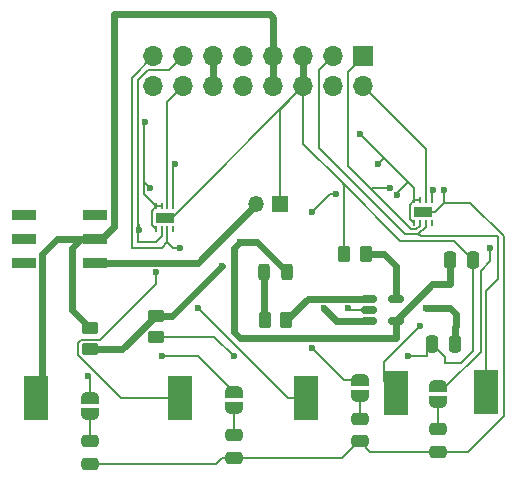
<source format=gbr>
%TF.GenerationSoftware,KiCad,Pcbnew,8.0.1*%
%TF.CreationDate,2024-03-24T23:27:44+02:00*%
%TF.ProjectId,Power Project PCB  v0,506f7765-7220-4507-926f-6a6563742050,rev?*%
%TF.SameCoordinates,Original*%
%TF.FileFunction,Copper,L1,Top*%
%TF.FilePolarity,Positive*%
%FSLAX46Y46*%
G04 Gerber Fmt 4.6, Leading zero omitted, Abs format (unit mm)*
G04 Created by KiCad (PCBNEW 8.0.1) date 2024-03-24 23:27:44*
%MOMM*%
%LPD*%
G01*
G04 APERTURE LIST*
G04 Aperture macros list*
%AMRoundRect*
0 Rectangle with rounded corners*
0 $1 Rounding radius*
0 $2 $3 $4 $5 $6 $7 $8 $9 X,Y pos of 4 corners*
0 Add a 4 corners polygon primitive as box body*
4,1,4,$2,$3,$4,$5,$6,$7,$8,$9,$2,$3,0*
0 Add four circle primitives for the rounded corners*
1,1,$1+$1,$2,$3*
1,1,$1+$1,$4,$5*
1,1,$1+$1,$6,$7*
1,1,$1+$1,$8,$9*
0 Add four rect primitives between the rounded corners*
20,1,$1+$1,$2,$3,$4,$5,0*
20,1,$1+$1,$4,$5,$6,$7,0*
20,1,$1+$1,$6,$7,$8,$9,0*
20,1,$1+$1,$8,$9,$2,$3,0*%
%AMFreePoly0*
4,1,19,0.500000,-0.750000,0.000000,-0.750000,0.000000,-0.744911,-0.071157,-0.744911,-0.207708,-0.704816,-0.327430,-0.627875,-0.420627,-0.520320,-0.479746,-0.390866,-0.500000,-0.250000,-0.500000,0.250000,-0.479746,0.390866,-0.420627,0.520320,-0.327430,0.627875,-0.207708,0.704816,-0.071157,0.744911,0.000000,0.744911,0.000000,0.750000,0.500000,0.750000,0.500000,-0.750000,0.500000,-0.750000,
$1*%
%AMFreePoly1*
4,1,19,0.000000,0.744911,0.071157,0.744911,0.207708,0.704816,0.327430,0.627875,0.420627,0.520320,0.479746,0.390866,0.500000,0.250000,0.500000,-0.250000,0.479746,-0.390866,0.420627,-0.520320,0.327430,-0.627875,0.207708,-0.704816,0.071157,-0.744911,0.000000,-0.744911,0.000000,-0.750000,-0.500000,-0.750000,-0.500000,0.750000,0.000000,0.750000,0.000000,0.744911,0.000000,0.744911,
$1*%
G04 Aperture macros list end*
%TA.AperFunction,SMDPad,CuDef*%
%ADD10RoundRect,0.250000X-0.250000X-0.475000X0.250000X-0.475000X0.250000X0.475000X-0.250000X0.475000X0*%
%TD*%
%TA.AperFunction,SMDPad,CuDef*%
%ADD11RoundRect,0.250000X0.250000X0.475000X-0.250000X0.475000X-0.250000X-0.475000X0.250000X-0.475000X0*%
%TD*%
%TA.AperFunction,SMDPad,CuDef*%
%ADD12FreePoly0,270.000000*%
%TD*%
%TA.AperFunction,SMDPad,CuDef*%
%ADD13FreePoly1,270.000000*%
%TD*%
%TA.AperFunction,SMDPad,CuDef*%
%ADD14FreePoly0,90.000000*%
%TD*%
%TA.AperFunction,SMDPad,CuDef*%
%ADD15FreePoly1,90.000000*%
%TD*%
%TA.AperFunction,SMDPad,CuDef*%
%ADD16RoundRect,0.250000X0.475000X-0.250000X0.475000X0.250000X-0.475000X0.250000X-0.475000X-0.250000X0*%
%TD*%
%TA.AperFunction,ComponentPad*%
%ADD17O,1.350000X1.350000*%
%TD*%
%TA.AperFunction,ComponentPad*%
%ADD18R,1.350000X1.350000*%
%TD*%
%TA.AperFunction,SMDPad,CuDef*%
%ADD19RoundRect,0.150000X-0.512500X-0.150000X0.512500X-0.150000X0.512500X0.150000X-0.512500X0.150000X0*%
%TD*%
%TA.AperFunction,SMDPad,CuDef*%
%ADD20R,2.000000X0.900000*%
%TD*%
%TA.AperFunction,ComponentPad*%
%ADD21R,1.700000X1.700000*%
%TD*%
%TA.AperFunction,ComponentPad*%
%ADD22O,1.700000X1.700000*%
%TD*%
%TA.AperFunction,SMDPad,CuDef*%
%ADD23R,2.000000X3.800000*%
%TD*%
%TA.AperFunction,SMDPad,CuDef*%
%ADD24RoundRect,0.243750X-0.243750X-0.456250X0.243750X-0.456250X0.243750X0.456250X-0.243750X0.456250X0*%
%TD*%
%TA.AperFunction,SMDPad,CuDef*%
%ADD25RoundRect,0.250000X-0.262500X-0.450000X0.262500X-0.450000X0.262500X0.450000X-0.262500X0.450000X0*%
%TD*%
%TA.AperFunction,SMDPad,CuDef*%
%ADD26RoundRect,0.250000X-0.450000X0.262500X-0.450000X-0.262500X0.450000X-0.262500X0.450000X0.262500X0*%
%TD*%
%TA.AperFunction,SMDPad,CuDef*%
%ADD27RoundRect,0.062500X0.062500X-0.187500X0.062500X0.187500X-0.062500X0.187500X-0.062500X-0.187500X0*%
%TD*%
%TA.AperFunction,SMDPad,CuDef*%
%ADD28R,1.600000X0.900000*%
%TD*%
%TA.AperFunction,ViaPad*%
%ADD29C,0.600000*%
%TD*%
%TA.AperFunction,Conductor*%
%ADD30C,0.200000*%
%TD*%
%TA.AperFunction,Conductor*%
%ADD31C,0.600000*%
%TD*%
G04 APERTURE END LIST*
D10*
%TO.P,C2,1*%
%TO.N,+5V*%
X151450000Y-48768000D03*
%TO.P,C2,2*%
%TO.N,GND*%
X153350000Y-48768000D03*
%TD*%
D11*
%TO.P,C1,1*%
%TO.N,Charge*%
X151826000Y-55880000D03*
%TO.P,C1,2*%
%TO.N,GND*%
X149926000Y-55880000D03*
%TD*%
D12*
%TO.P,JP6,1,A*%
%TO.N,BATT*%
X150368000Y-59436000D03*
D13*
%TO.P,JP6,2,B*%
%TO.N,Net-(JP6-B)*%
X150368000Y-60736000D03*
%TD*%
D14*
%TO.P,JP5,1,A*%
%TO.N,Net-(JP5-A)*%
X143764000Y-60228000D03*
D15*
%TO.P,JP5,2,B*%
%TO.N,BATT*%
X143764000Y-58928000D03*
%TD*%
D12*
%TO.P,JP4,1,A*%
%TO.N,BATT*%
X133096000Y-59944000D03*
D13*
%TO.P,JP4,2,B*%
%TO.N,Net-(JP4-B)*%
X133096000Y-61244000D03*
%TD*%
D14*
%TO.P,JP3,1,A*%
%TO.N,Net-(JP3-A)*%
X120904000Y-61752000D03*
D15*
%TO.P,JP3,2,B*%
%TO.N,BATT*%
X120904000Y-60452000D03*
%TD*%
D16*
%TO.P,C8,1*%
%TO.N,GND*%
X150368000Y-64958000D03*
%TO.P,C8,2*%
%TO.N,Net-(JP6-B)*%
X150368000Y-63058000D03*
%TD*%
%TO.P,C7,1*%
%TO.N,GND*%
X143764000Y-64084000D03*
%TO.P,C7,2*%
%TO.N,Net-(JP5-A)*%
X143764000Y-62184000D03*
%TD*%
%TO.P,C6,1*%
%TO.N,GND*%
X120904000Y-65974000D03*
%TO.P,C6,2*%
%TO.N,Net-(JP3-A)*%
X120904000Y-64074000D03*
%TD*%
%TO.P,C5,1*%
%TO.N,GND*%
X133096000Y-65466000D03*
%TO.P,C5,2*%
%TO.N,Net-(JP4-B)*%
X133096000Y-63566000D03*
%TD*%
D17*
%TO.P,J2,2,Pin_2*%
%TO.N,Charge*%
X135000000Y-44000000D03*
D18*
%TO.P,J2,1,Pin_1*%
%TO.N,GND*%
X137000000Y-44000000D03*
%TD*%
D19*
%TO.P,U1,1,STAT*%
%TO.N,Net-(U1-STAT)*%
X144537000Y-52000000D03*
%TO.P,U1,2,V_{SS}*%
%TO.N,GND*%
X144537000Y-52950000D03*
%TO.P,U1,3,V_{BAT}*%
%TO.N,Charge*%
X144537000Y-53900000D03*
%TO.P,U1,4,V_{DD}*%
%TO.N,+5V*%
X146812000Y-53900000D03*
%TO.P,U1,5,PROG*%
%TO.N,Net-(U1-PROG)*%
X146812000Y-52000000D03*
%TD*%
D20*
%TO.P,S1,1,NO_1*%
%TO.N,unconnected-(S1-NO_1-Pad1)*%
X115364000Y-48954000D03*
%TO.P,S1,2,COM_1*%
%TO.N,unconnected-(S1-COM_1-Pad2)*%
X115364000Y-46954000D03*
%TO.P,S1,3,NC_1*%
%TO.N,unconnected-(S1-NC_1-Pad3)*%
X115364000Y-44954000D03*
%TO.P,S1,4,NO_2*%
%TO.N,Charge*%
X121364000Y-48954000D03*
%TO.P,S1,5,COM_2*%
%TO.N,BATT*%
X121364000Y-46954000D03*
%TO.P,S1,6,NC_2*%
%TO.N,unconnected-(S1-NC_2-Pad6)*%
X121364000Y-44954000D03*
%TD*%
D21*
%TO.P,J1,1,Pin_1*%
%TO.N,Motor2_A*%
X144040000Y-31500000D03*
D22*
%TO.P,J1,2,Pin_2*%
%TO.N,PWM1*%
X144040000Y-34040000D03*
%TO.P,J1,3,Pin_3*%
%TO.N,Motor2_B*%
X141500000Y-31500000D03*
%TO.P,J1,4,Pin_4*%
%TO.N,PWM2*%
X141500000Y-34040000D03*
%TO.P,J1,5,Pin_5*%
%TO.N,GND*%
X138960000Y-31500000D03*
%TO.P,J1,6,Pin_6*%
X138960000Y-34040000D03*
%TO.P,J1,7,Pin_7*%
%TO.N,BATT*%
X136420000Y-31500000D03*
%TO.P,J1,8,Pin_8*%
X136420000Y-34040000D03*
%TO.P,J1,9,Pin_9*%
%TO.N,RESV*%
X133880000Y-31500000D03*
%TO.P,J1,10,Pin_10*%
%TO.N,BATT_ADC*%
X133880000Y-34040000D03*
%TO.P,J1,11,Pin_11*%
%TO.N,+5V*%
X131340000Y-31500000D03*
%TO.P,J1,12,Pin_12*%
X131340000Y-34040000D03*
%TO.P,J1,13,Pin_13*%
%TO.N,Motor1_A*%
X128800000Y-31500000D03*
%TO.P,J1,14,Pin_14*%
%TO.N,PWM3*%
X128800000Y-34040000D03*
%TO.P,J1,15,Pin_15*%
%TO.N,Motor1_B*%
X126260000Y-31500000D03*
%TO.P,J1,16,Pin_16*%
%TO.N,PWM4*%
X126260000Y-34040000D03*
%TD*%
D23*
%TO.P,TP5,1,1*%
%TO.N,Motor2_B*%
X154432000Y-59944000D03*
%TD*%
%TO.P,TP4,1,1*%
%TO.N,Motor1_B*%
X139192000Y-60452000D03*
%TD*%
%TO.P,TP3,1,1*%
%TO.N,Motor1_A*%
X128524000Y-60452000D03*
%TD*%
%TO.P,TP2,1,1*%
%TO.N,Motor2_A*%
X146812000Y-60000000D03*
%TD*%
%TO.P,TP1,1,1*%
%TO.N,Charge*%
X116332000Y-60452000D03*
%TD*%
D24*
%TO.P,D1,1,K*%
%TO.N,Net-(D1-K)*%
X135714500Y-49784000D03*
%TO.P,D1,2,A*%
%TO.N,+5V*%
X137589500Y-49784000D03*
%TD*%
D25*
%TO.P,R12,1*%
%TO.N,GND*%
X142447000Y-48260000D03*
%TO.P,R12,2*%
%TO.N,Net-(U1-PROG)*%
X144272000Y-48260000D03*
%TD*%
%TO.P,R7,1*%
%TO.N,Net-(D1-K)*%
X135739500Y-53848000D03*
%TO.P,R7,2*%
%TO.N,Net-(U1-STAT)*%
X137564500Y-53848000D03*
%TD*%
D26*
%TO.P,R6,1*%
%TO.N,BATT_ADC*%
X126492000Y-53443500D03*
%TO.P,R6,2*%
%TO.N,GND*%
X126492000Y-55268500D03*
%TD*%
%TO.P,R5,1*%
%TO.N,BATT*%
X120904000Y-54459500D03*
%TO.P,R5,2*%
%TO.N,BATT_ADC*%
X120904000Y-56284500D03*
%TD*%
D27*
%TO.P,U3,1,VM*%
%TO.N,BATT*%
X148360000Y-45588000D03*
%TO.P,U3,2,OUT1*%
%TO.N,Motor2_A*%
X148860000Y-45588000D03*
%TO.P,U3,3,OUT2*%
%TO.N,Motor2_B*%
X149360000Y-45588000D03*
%TO.P,U3,4,GND*%
%TO.N,GND*%
X149860000Y-45588000D03*
%TO.P,U3,5,IN2*%
%TO.N,PWM2*%
X149860000Y-43688000D03*
%TO.P,U3,6,IN1*%
%TO.N,PWM1*%
X149360000Y-43688000D03*
%TO.P,U3,7,~{SLEEP}*%
%TO.N,BATT*%
X148860000Y-43688000D03*
%TO.P,U3,8,VCC*%
X148360000Y-43688000D03*
D28*
%TO.P,U3,9,GND*%
%TO.N,GND*%
X149110000Y-44638000D03*
%TD*%
D27*
%TO.P,U2,1,VM*%
%TO.N,BATT*%
X126500000Y-46096000D03*
%TO.P,U2,2,OUT1*%
%TO.N,Motor1_A*%
X127000000Y-46096000D03*
%TO.P,U2,3,OUT2*%
%TO.N,Motor1_B*%
X127500000Y-46096000D03*
%TO.P,U2,4,GND*%
%TO.N,GND*%
X128000000Y-46096000D03*
%TO.P,U2,5,IN2*%
%TO.N,PWM4*%
X128000000Y-44196000D03*
%TO.P,U2,6,IN1*%
%TO.N,PWM3*%
X127500000Y-44196000D03*
%TO.P,U2,7,~{SLEEP}*%
%TO.N,BATT*%
X127000000Y-44196000D03*
%TO.P,U2,8,VCC*%
X126500000Y-44196000D03*
D28*
%TO.P,U2,9,GND*%
%TO.N,GND*%
X127250000Y-45146000D03*
%TD*%
D29*
%TO.N,BATT*%
X146904000Y-43237687D03*
X154848000Y-47752000D03*
X145288000Y-40640000D03*
X141732000Y-43180000D03*
X139700000Y-56172000D03*
X139700000Y-44704000D03*
X127000000Y-56896000D03*
X125984000Y-42672000D03*
X120798863Y-58525137D03*
%TO.N,GND*%
X147828000Y-56896000D03*
X142748000Y-52832000D03*
X133096000Y-56896000D03*
X150876000Y-42800000D03*
%TO.N,Motor2_A*%
X146304000Y-42672000D03*
X148844000Y-54356000D03*
%TO.N,Motor1_B*%
X128524000Y-47752000D03*
X130048000Y-52832000D03*
%TO.N,Motor1_A*%
X126492000Y-49754000D03*
X125060000Y-46228000D03*
%TO.N,BATT*%
X125568000Y-37084000D03*
%TO.N,PWM4*%
X128100000Y-40640000D03*
%TO.N,BATT*%
X143764000Y-38100000D03*
%TO.N,PWM2*%
X149959194Y-42798959D03*
%TO.N,BATT_ADC*%
X132080000Y-49276000D03*
%TO.N,Charge*%
X149352000Y-52832000D03*
X140716000Y-52832000D03*
%TO.N,+5V*%
X133604000Y-47244000D03*
%TD*%
D30*
%TO.N,GND*%
X153350000Y-48768000D02*
X151718000Y-47136000D01*
X151017000Y-56971000D02*
X151017000Y-57413000D01*
X149926000Y-55880000D02*
X151017000Y-56971000D01*
X149484000Y-56322000D02*
X149926000Y-55880000D01*
X149484000Y-56896000D02*
X149484000Y-56322000D01*
D31*
%TO.N,Charge*%
X151892000Y-54356000D02*
X151826000Y-54422000D01*
X151892000Y-53340000D02*
X151892000Y-54356000D01*
X151826000Y-54422000D02*
X151826000Y-55880000D01*
X151384000Y-52832000D02*
X151892000Y-53340000D01*
X149352000Y-52832000D02*
X151384000Y-52832000D01*
D30*
%TO.N,GND*%
X152391000Y-57413000D02*
X153350000Y-56454000D01*
X153350000Y-56454000D02*
X153350000Y-48768000D01*
X151017000Y-57413000D02*
X152391000Y-57413000D01*
D31*
%TO.N,+5V*%
X151450000Y-50734000D02*
X151450000Y-48768000D01*
X151384000Y-50800000D02*
X151450000Y-50734000D01*
X149912000Y-50800000D02*
X146812000Y-53900000D01*
X151384000Y-50800000D02*
X149912000Y-50800000D01*
D30*
%TO.N,GND*%
X155956000Y-46678315D02*
X153149685Y-43872000D01*
X155956000Y-61920000D02*
X155956000Y-46678315D01*
X153149685Y-43872000D02*
X150876000Y-43872000D01*
X152918000Y-64958000D02*
X155956000Y-61920000D01*
X150368000Y-64958000D02*
X152918000Y-64958000D01*
X131638000Y-65974000D02*
X120904000Y-65974000D01*
X132146000Y-65466000D02*
X131638000Y-65974000D01*
X133096000Y-65466000D02*
X132146000Y-65466000D01*
X142306000Y-65466000D02*
X133096000Y-65466000D01*
X143688000Y-64084000D02*
X142306000Y-65466000D01*
X143764000Y-64084000D02*
X143688000Y-64084000D01*
X144638000Y-64958000D02*
X143764000Y-64084000D01*
X150368000Y-64958000D02*
X144638000Y-64958000D01*
%TO.N,Net-(JP6-B)*%
X150368000Y-60736000D02*
X150368000Y-63058000D01*
%TO.N,BATT*%
X146904000Y-43237687D02*
X146904000Y-43088000D01*
X147828000Y-42164000D02*
X145796000Y-40132000D01*
X148336000Y-42672000D02*
X147828000Y-42164000D01*
X154848000Y-48860000D02*
X154848000Y-47752000D01*
X154032000Y-49676000D02*
X154848000Y-48860000D01*
X151123000Y-59436000D02*
X154032000Y-56527000D01*
X150368000Y-59436000D02*
X151123000Y-59436000D01*
X154032000Y-56527000D02*
X154032000Y-49676000D01*
X146904000Y-43088000D02*
X147828000Y-42164000D01*
%TO.N,Net-(JP5-A)*%
X143764000Y-60228000D02*
X143764000Y-62184000D01*
%TO.N,BATT*%
X145288000Y-40640000D02*
X145796000Y-40132000D01*
X145796000Y-40132000D02*
X143764000Y-38100000D01*
X141224000Y-43180000D02*
X141732000Y-43180000D01*
X139700000Y-44704000D02*
X141224000Y-43180000D01*
X142456000Y-58928000D02*
X139700000Y-56172000D01*
X143764000Y-58928000D02*
X142456000Y-58928000D01*
%TO.N,Net-(JP4-B)*%
X133096000Y-61244000D02*
X133096000Y-63566000D01*
%TO.N,Net-(JP3-A)*%
X120904000Y-61752000D02*
X120904000Y-64074000D01*
%TO.N,BATT*%
X130048000Y-56896000D02*
X127000000Y-56896000D01*
X133096000Y-59944000D02*
X130048000Y-56896000D01*
X125984000Y-42672000D02*
X125476000Y-42164000D01*
X125476000Y-43180000D02*
X125476000Y-42164000D01*
X125476000Y-42164000D02*
X125476000Y-37176000D01*
X120904000Y-58630274D02*
X120798863Y-58525137D01*
X120904000Y-60452000D02*
X120904000Y-58630274D01*
%TO.N,Motor2_A*%
X145796000Y-58984000D02*
X146812000Y-60000000D01*
X145796000Y-57404000D02*
X145796000Y-58984000D01*
%TO.N,GND*%
X147828000Y-56896000D02*
X149484000Y-56896000D01*
X142866000Y-52950000D02*
X142748000Y-52832000D01*
X144537000Y-52950000D02*
X142866000Y-52950000D01*
X131468500Y-55268500D02*
X133096000Y-56896000D01*
X126492000Y-55268500D02*
X131468500Y-55268500D01*
X142447000Y-48260000D02*
X142447000Y-42371000D01*
X142240000Y-42164000D02*
X138960000Y-38884000D01*
X142447000Y-42371000D02*
X142240000Y-42164000D01*
X147212000Y-47136000D02*
X142240000Y-42164000D01*
X138960000Y-38884000D02*
X138960000Y-34040000D01*
X151718000Y-47136000D02*
X147212000Y-47136000D01*
X150110000Y-44638000D02*
X150876000Y-43872000D01*
X149110000Y-44638000D02*
X150110000Y-44638000D01*
X150876000Y-43872000D02*
X150876000Y-42800000D01*
X137000000Y-36000000D02*
X138960000Y-34040000D01*
X137000000Y-44000000D02*
X137000000Y-36000000D01*
X127250000Y-45146000D02*
X127854000Y-45146000D01*
X127854000Y-45146000D02*
X138960000Y-34040000D01*
%TO.N,Motor2_B*%
X148938071Y-46736000D02*
X148740071Y-46538000D01*
X155448000Y-46736000D02*
X148938071Y-46736000D01*
X155448000Y-50343744D02*
X155448000Y-46736000D01*
X154432000Y-51359744D02*
X155448000Y-50343744D01*
X154432000Y-59944000D02*
X154432000Y-51359744D01*
%TO.N,Motor2_A*%
X144780000Y-42672000D02*
X144729807Y-42722193D01*
X146304000Y-42672000D02*
X144780000Y-42672000D01*
X144729807Y-42722193D02*
X142748000Y-40740386D01*
X148145614Y-46138000D02*
X144729807Y-42722193D01*
X145796000Y-57404000D02*
X148844000Y-54356000D01*
%TO.N,Motor1_B*%
X128000000Y-47752000D02*
X127500000Y-47252000D01*
X128524000Y-47752000D02*
X128000000Y-47752000D01*
X137668000Y-60452000D02*
X130048000Y-52832000D01*
X139192000Y-60452000D02*
X137668000Y-60452000D01*
%TO.N,Motor1_A*%
X125060000Y-45812000D02*
X124968000Y-45720000D01*
X125060000Y-46228000D02*
X125060000Y-45812000D01*
X124968000Y-45720000D02*
X124968000Y-33528000D01*
X124968000Y-46228000D02*
X124968000Y-45720000D01*
X124968000Y-47244000D02*
X124968000Y-46228000D01*
X125060000Y-46228000D02*
X124968000Y-46228000D01*
X126492000Y-50800000D02*
X126492000Y-49754000D01*
X121820000Y-55472000D02*
X126492000Y-50800000D01*
X120219256Y-55472000D02*
X121820000Y-55472000D01*
X119904000Y-55787256D02*
X120219256Y-55472000D01*
X123574256Y-60452000D02*
X119904000Y-56781744D01*
X119904000Y-56781744D02*
X119904000Y-55787256D01*
X128524000Y-60452000D02*
X123574256Y-60452000D01*
D31*
%TO.N,BATT*%
X120178000Y-46954000D02*
X121364000Y-46954000D01*
X119380000Y-47752000D02*
X120178000Y-46954000D01*
X119380000Y-52935500D02*
X119380000Y-47752000D01*
X120904000Y-54459500D02*
X119380000Y-52935500D01*
X116864000Y-48236000D02*
X118146000Y-46954000D01*
X116864000Y-59920000D02*
X116864000Y-48236000D01*
X116332000Y-60452000D02*
X116864000Y-59920000D01*
X118146000Y-46954000D02*
X121364000Y-46954000D01*
D30*
X125476000Y-37176000D02*
X125568000Y-37084000D01*
X125484000Y-43180000D02*
X125476000Y-43180000D01*
X126500000Y-44196000D02*
X125484000Y-43180000D01*
X127000000Y-44196000D02*
X126500000Y-44196000D01*
X126150000Y-45746000D02*
X126150000Y-44546000D01*
X126150000Y-44546000D02*
X126500000Y-44196000D01*
X126500000Y-46096000D02*
X126150000Y-45746000D01*
%TO.N,Motor1_A*%
X124968000Y-33528000D02*
X125846000Y-32650000D01*
X125846000Y-32650000D02*
X127650000Y-32650000D01*
X126492000Y-47244000D02*
X124968000Y-47244000D01*
X127000000Y-46736000D02*
X126492000Y-47244000D01*
X127000000Y-46096000D02*
X127000000Y-46736000D01*
X127650000Y-32650000D02*
X128800000Y-31500000D01*
%TO.N,Motor1_B*%
X127000000Y-47752000D02*
X124460000Y-47752000D01*
X124460000Y-47752000D02*
X124460000Y-33300000D01*
X127500000Y-47252000D02*
X127000000Y-47752000D01*
X124460000Y-33300000D02*
X126260000Y-31500000D01*
X127500000Y-46096000D02*
X127500000Y-47252000D01*
%TO.N,PWM3*%
X127500000Y-35340000D02*
X128800000Y-34040000D01*
X127500000Y-44196000D02*
X127500000Y-35340000D01*
%TO.N,PWM4*%
X128000000Y-40740000D02*
X128100000Y-40640000D01*
X128000000Y-44196000D02*
X128000000Y-40740000D01*
%TO.N,BATT*%
X148360000Y-42696000D02*
X148336000Y-42672000D01*
X148360000Y-43688000D02*
X148360000Y-42696000D01*
X148860000Y-43688000D02*
X148360000Y-43688000D01*
X148010000Y-44038000D02*
X148360000Y-43688000D01*
X148010000Y-45238000D02*
X148010000Y-44038000D01*
X148360000Y-45588000D02*
X148010000Y-45238000D01*
%TO.N,Motor2_B*%
X140350000Y-32650000D02*
X141500000Y-31500000D01*
X147630000Y-46538000D02*
X140350000Y-39258000D01*
X149360000Y-45918072D02*
X148740071Y-46538000D01*
X140350000Y-39258000D02*
X140350000Y-32650000D01*
X149360000Y-45588000D02*
X149360000Y-45918072D01*
X148740071Y-46538000D02*
X147630000Y-46538000D01*
%TO.N,Motor2_A*%
X148860000Y-45852386D02*
X148574386Y-46138000D01*
X148574386Y-46138000D02*
X148145614Y-46138000D01*
X148860000Y-45588000D02*
X148860000Y-45852386D01*
X142748000Y-40740386D02*
X142748000Y-32792000D01*
X142748000Y-32792000D02*
X144040000Y-31500000D01*
%TO.N,PWM2*%
X149860000Y-42898153D02*
X149959194Y-42798959D01*
X149860000Y-43688000D02*
X149860000Y-42898153D01*
%TO.N,PWM1*%
X149360000Y-39360000D02*
X144040000Y-34040000D01*
X149360000Y-43688000D02*
X149360000Y-39360000D01*
%TO.N,BATT*%
X136456000Y-34040000D02*
X136420000Y-34040000D01*
D31*
%TO.N,BATT_ADC*%
X126492000Y-53443500D02*
X127912500Y-53443500D01*
X127912500Y-53443500D02*
X132080000Y-49276000D01*
X120904000Y-56284500D02*
X123651000Y-56284500D01*
X123651000Y-56284500D02*
X126492000Y-53443500D01*
%TO.N,Net-(U1-STAT)*%
X137564500Y-53811500D02*
X139376000Y-52000000D01*
X137564500Y-53848000D02*
X137564500Y-53811500D01*
%TO.N,+5V*%
X133604000Y-55372000D02*
X133096000Y-54864000D01*
X133096000Y-47752000D02*
X133604000Y-47244000D01*
X146812000Y-55372000D02*
X133604000Y-55372000D01*
X146812000Y-53900000D02*
X146812000Y-55372000D01*
X133096000Y-54864000D02*
X133096000Y-47752000D01*
%TO.N,Net-(U1-PROG)*%
X146812000Y-49276000D02*
X146812000Y-52000000D01*
X145796000Y-48260000D02*
X146812000Y-49276000D01*
X144272000Y-48260000D02*
X145796000Y-48260000D01*
%TO.N,Charge*%
X141784000Y-53900000D02*
X140716000Y-52832000D01*
X144537000Y-53900000D02*
X141784000Y-53900000D01*
%TO.N,Net-(U1-STAT)*%
X139376000Y-52000000D02*
X144537000Y-52000000D01*
%TO.N,+5V*%
X135049500Y-47244000D02*
X133604000Y-47244000D01*
X137589500Y-49784000D02*
X135049500Y-47244000D01*
X131340000Y-34040000D02*
X131340000Y-31500000D01*
%TO.N,Net-(D1-K)*%
X135714500Y-53823000D02*
X135739500Y-53848000D01*
X135714500Y-49784000D02*
X135714500Y-53823000D01*
%TO.N,BATT*%
X121914000Y-46954000D02*
X122936000Y-45932000D01*
X122936000Y-45932000D02*
X122936000Y-27940000D01*
X121364000Y-46954000D02*
X121914000Y-46954000D01*
X122936000Y-27940000D02*
X136144000Y-27940000D01*
X136144000Y-27940000D02*
X136420000Y-28216000D01*
X136420000Y-28216000D02*
X136420000Y-31500000D01*
%TO.N,Charge*%
X130046000Y-48954000D02*
X135000000Y-44000000D01*
X121364000Y-48954000D02*
X130046000Y-48954000D01*
%TO.N,BATT*%
X136420000Y-34040000D02*
X136420000Y-31500000D01*
%TO.N,GND*%
X138960000Y-34040000D02*
X138960000Y-31500000D01*
D30*
X139000000Y-34080000D02*
X138960000Y-34040000D01*
%TD*%
M02*

</source>
